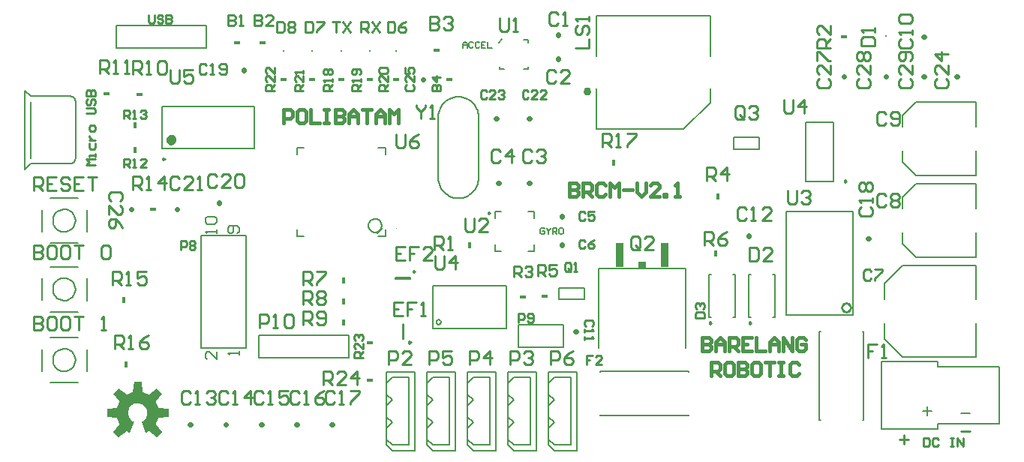
<source format=gto>
G04 Layer_Color=65535*
%FSLAX25Y25*%
%MOIN*%
G70*
G01*
G75*
%ADD38C,0.01000*%
%ADD39C,0.01575*%
%ADD47C,0.02362*%
%ADD61C,0.00500*%
%ADD62C,0.00984*%
%ADD63C,0.00800*%
%ADD64C,0.02200*%
%ADD65C,0.00787*%
%ADD66C,0.00600*%
%ADD67R,0.01800X0.03000*%
%ADD68R,0.03000X0.01800*%
%ADD69R,0.00984X0.00984*%
%ADD70R,0.03544X0.11023*%
%ADD71R,0.03400X0.03000*%
G36*
X321854Y296748D02*
X321857Y296751D01*
X321867Y296760D01*
X321884Y296772D01*
X321905Y296789D01*
X321932Y296811D01*
X321963Y296833D01*
X322000Y296860D01*
X322041Y296884D01*
X322043D01*
X322046Y296886D01*
X322060Y296896D01*
X322082Y296908D01*
X322109Y296922D01*
X322140Y296939D01*
X322174Y296954D01*
X322210Y296971D01*
X322244Y296985D01*
Y296794D01*
X322242D01*
X322237Y296792D01*
X322227Y296787D01*
X322217Y296780D01*
X322203Y296772D01*
X322186Y296765D01*
X322147Y296743D01*
X322104Y296717D01*
X322055Y296685D01*
X322007Y296649D01*
X321961Y296610D01*
X321958Y296608D01*
X321956Y296605D01*
X321942Y296591D01*
X321920Y296569D01*
X321893Y296543D01*
X321864Y296509D01*
X321835Y296472D01*
X321809Y296434D01*
X321787Y296395D01*
X321658D01*
Y297992D01*
X321854D01*
Y296748D01*
D02*
G37*
G36*
X209021Y223995D02*
X209021D01*
X209404Y223906D01*
X210152Y223667D01*
X210878Y223366D01*
X211577Y223006D01*
X211910Y222798D01*
X215373Y225622D01*
X217748Y223247D01*
X214924Y219784D01*
Y219784D01*
X215132Y219451D01*
X215492Y218752D01*
X215793Y218026D01*
X216032Y217278D01*
X216121Y216895D01*
X220567Y216443D01*
Y213085D01*
X216121Y212633D01*
X216032Y212250D01*
X215793Y211502D01*
X215492Y210776D01*
X215132Y210077D01*
X214924Y209744D01*
X217748Y206281D01*
X215373Y203906D01*
X211910Y206730D01*
X211743Y206626D01*
X211402Y206432D01*
X211053Y206252D01*
X210697Y206087D01*
X210516Y206012D01*
X208538Y210786D01*
D01*
Y210786D01*
Y210786D01*
X209058Y211044D01*
X209972Y211757D01*
X210662Y212688D01*
X211079Y213769D01*
X211193Y214922D01*
X210995Y216064D01*
X210499Y217112D01*
X209742Y217990D01*
X208778Y218634D01*
X207678Y218997D01*
X206520Y219054D01*
X205389Y218800D01*
X204367Y218253D01*
X203528Y217454D01*
X202932Y216460D01*
X202623Y215343D01*
X202584Y214764D01*
X202630Y214132D01*
X202997Y212923D01*
X203699Y211872D01*
X204676Y211071D01*
X205242Y210786D01*
X203264Y206012D01*
X203264D01*
X203082Y206087D01*
X202726Y206252D01*
X202377Y206432D01*
X202036Y206626D01*
X201870Y206730D01*
X198407Y203906D01*
X196032Y206281D01*
X198856Y209744D01*
X198856D01*
X198647Y210077D01*
X198288Y210776D01*
X197987Y211502D01*
X197747Y212250D01*
X197659Y212633D01*
X193213Y213085D01*
Y216443D01*
X197659Y216895D01*
Y216895D01*
X197659Y216895D01*
X197659D01*
X197747Y217278D01*
X197987Y218026D01*
X198288Y218752D01*
X198647Y219451D01*
X198856Y219784D01*
X196032Y223247D01*
X198407Y225622D01*
X201870Y222798D01*
X202203Y223006D01*
X202902Y223366D01*
X203627Y223667D01*
X204376Y223906D01*
X204759Y223995D01*
X205211Y228441D01*
X208569D01*
X209021Y223995D01*
D02*
G37*
D38*
X523622Y261653D02*
X523358Y262638D01*
X522638Y263358D01*
X521654Y263622D01*
X520669Y263358D01*
X519949Y262638D01*
X519685Y261653D01*
X519949Y260669D01*
X520669Y259949D01*
X521654Y259685D01*
X522638Y259949D01*
X523358Y260669D01*
X523622Y261653D01*
X280512Y262795D02*
Y268793D01*
X283511D01*
X284510Y267794D01*
Y265794D01*
X283511Y264795D01*
X280512D01*
X282511D02*
X284510Y262795D01*
X286510Y267794D02*
X287509Y268793D01*
X289509D01*
X290509Y267794D01*
Y266794D01*
X289509Y265794D01*
X290509Y264795D01*
Y263795D01*
X289509Y262795D01*
X287509D01*
X286510Y263795D01*
Y264795D01*
X287509Y265794D01*
X286510Y266794D01*
Y267794D01*
X287509Y265794D02*
X289509D01*
X247047Y391691D02*
Y386811D01*
X249487D01*
X250301Y387624D01*
Y388438D01*
X249487Y389251D01*
X247047D01*
X249487D01*
X250301Y390065D01*
Y390878D01*
X249487Y391691D01*
X247047D01*
X251928Y386811D02*
X253554D01*
X252741D01*
Y391691D01*
X251928Y390878D01*
X258858Y391691D02*
Y386811D01*
X261298D01*
X262112Y387624D01*
Y388438D01*
X261298Y389251D01*
X258858D01*
X261298D01*
X262112Y390065D01*
Y390878D01*
X261298Y391691D01*
X258858D01*
X266992Y386811D02*
X263739D01*
X266992Y390065D01*
Y390878D01*
X266179Y391691D01*
X264552D01*
X263739Y390878D01*
X336627Y390880D02*
Y384882D01*
X339626D01*
X340626Y385882D01*
Y386881D01*
X339626Y387881D01*
X336627D01*
X339626D01*
X340626Y388881D01*
Y389880D01*
X339626Y390880D01*
X336627D01*
X342625Y389880D02*
X343624Y390880D01*
X345624D01*
X346623Y389880D01*
Y388881D01*
X345624Y387881D01*
X344624D01*
X345624D01*
X346623Y386881D01*
Y385882D01*
X345624Y384882D01*
X343624D01*
X342625Y385882D01*
X337600Y357874D02*
X341535D01*
Y359842D01*
X340880Y360498D01*
X340224D01*
X339568Y359842D01*
Y357874D01*
Y359842D01*
X338912Y360498D01*
X338256D01*
X337600Y359842D01*
Y357874D01*
X341535Y363778D02*
X337600D01*
X339568Y361810D01*
Y364434D01*
X393762Y391809D02*
X392763Y392809D01*
X390763D01*
X389764Y391809D01*
Y387811D01*
X390763Y386811D01*
X392763D01*
X393762Y387811D01*
X395762Y386811D02*
X397761D01*
X396761D01*
Y392809D01*
X395762Y391809D01*
X392778Y366219D02*
X391779Y367218D01*
X389779D01*
X388779Y366219D01*
Y362220D01*
X389779Y361221D01*
X391779D01*
X392778Y362220D01*
X398776Y361221D02*
X394778D01*
X398776Y365219D01*
Y366219D01*
X397777Y367218D01*
X395777D01*
X394778Y366219D01*
X381977Y330798D02*
X380978Y331798D01*
X378978D01*
X377979Y330798D01*
Y326800D01*
X378978Y325800D01*
X380978D01*
X381977Y326800D01*
X383977Y330798D02*
X384977Y331798D01*
X386976D01*
X387976Y330798D01*
Y329799D01*
X386976Y328799D01*
X385976D01*
X386976D01*
X387976Y327799D01*
Y326800D01*
X386976Y325800D01*
X384977D01*
X383977Y326800D01*
X368183Y330798D02*
X367183Y331798D01*
X365184D01*
X364184Y330798D01*
Y326800D01*
X365184Y325800D01*
X367183D01*
X368183Y326800D01*
X373181Y325800D02*
Y331798D01*
X370182Y328799D01*
X374181D01*
X405774Y303477D02*
X405118Y304133D01*
X403806D01*
X403150Y303477D01*
Y300853D01*
X403806Y300197D01*
X405118D01*
X405774Y300853D01*
X409710Y304133D02*
X407086D01*
Y302165D01*
X408398Y302821D01*
X409054D01*
X409710Y302165D01*
Y300853D01*
X409054Y300197D01*
X407742D01*
X407086Y300853D01*
X405723Y291076D02*
X405067Y291732D01*
X403755D01*
X403099Y291076D01*
Y288452D01*
X403755Y287796D01*
X405067D01*
X405723Y288452D01*
X409658Y291732D02*
X408347Y291076D01*
X407034Y289764D01*
Y288452D01*
X407690Y287796D01*
X409002D01*
X409658Y288452D01*
Y289108D01*
X409002Y289764D01*
X407034D01*
X532781Y277689D02*
X531968Y278502D01*
X530341D01*
X529528Y277689D01*
Y274435D01*
X530341Y273622D01*
X531968D01*
X532781Y274435D01*
X534408Y278502D02*
X537661D01*
Y277689D01*
X534408Y274435D01*
Y273622D01*
X539432Y311101D02*
X538432Y312100D01*
X536433D01*
X535433Y311101D01*
Y307102D01*
X536433Y306102D01*
X538432D01*
X539432Y307102D01*
X541431Y311101D02*
X542431Y312100D01*
X544430D01*
X545430Y311101D01*
Y310101D01*
X544430Y309101D01*
X545430Y308102D01*
Y307102D01*
X544430Y306102D01*
X542431D01*
X541431Y307102D01*
Y308102D01*
X542431Y309101D01*
X541431Y310101D01*
Y311101D01*
X542431Y309101D02*
X544430D01*
X539432Y347518D02*
X538432Y348518D01*
X536433D01*
X535433Y347518D01*
Y343519D01*
X536433Y342520D01*
X538432D01*
X539432Y343519D01*
X541431D02*
X542431Y342520D01*
X544430D01*
X545430Y343519D01*
Y347518D01*
X544430Y348518D01*
X542431D01*
X541431Y347518D01*
Y346518D01*
X542431Y345519D01*
X545430D01*
X546183Y380967D02*
X545183Y379967D01*
Y377968D01*
X546183Y376969D01*
X550181D01*
X551181Y377968D01*
Y379967D01*
X550181Y380967D01*
X551181Y382967D02*
Y384966D01*
Y383966D01*
X545183D01*
X546183Y382967D01*
Y387965D02*
X545183Y388965D01*
Y390964D01*
X546183Y391964D01*
X550181D01*
X551181Y390964D01*
Y388965D01*
X550181Y387965D01*
X546183D01*
X408792Y253282D02*
X409448Y253938D01*
Y255250D01*
X408792Y255906D01*
X406168D01*
X405512Y255250D01*
Y253938D01*
X406168Y253282D01*
X405512Y251970D02*
Y250658D01*
Y251314D01*
X409448D01*
X408792Y251970D01*
X405512Y248690D02*
Y247378D01*
Y248034D01*
X409448D01*
X408792Y248690D01*
X477395Y305256D02*
X476396Y306255D01*
X474396D01*
X473396Y305256D01*
Y301257D01*
X474396Y300257D01*
X476396D01*
X477395Y301257D01*
X479394Y300257D02*
X481394D01*
X480394D01*
Y306255D01*
X479394Y305256D01*
X488392Y300257D02*
X484393D01*
X488392Y304256D01*
Y305256D01*
X487392Y306255D01*
X485393D01*
X484393Y305256D01*
X230377Y223502D02*
X229377Y224502D01*
X227378D01*
X226378Y223502D01*
Y219504D01*
X227378Y218504D01*
X229377D01*
X230377Y219504D01*
X232376Y218504D02*
X234375D01*
X233376D01*
Y224502D01*
X232376Y223502D01*
X237374D02*
X238374Y224502D01*
X240373D01*
X241373Y223502D01*
Y222503D01*
X240373Y221503D01*
X239374D01*
X240373D01*
X241373Y220503D01*
Y219504D01*
X240373Y218504D01*
X238374D01*
X237374Y219504D01*
X247052Y223535D02*
X246052Y224534D01*
X244052D01*
X243053Y223535D01*
Y219536D01*
X244052Y218536D01*
X246052D01*
X247052Y219536D01*
X249051Y218536D02*
X251050D01*
X250050D01*
Y224534D01*
X249051Y223535D01*
X257048Y218536D02*
Y224534D01*
X254049Y221535D01*
X258048D01*
X262800Y223535D02*
X261800Y224534D01*
X259801D01*
X258801Y223535D01*
Y219536D01*
X259801Y218536D01*
X261800D01*
X262800Y219536D01*
X264799Y218536D02*
X266798D01*
X265798D01*
Y224534D01*
X264799Y223535D01*
X273796Y224534D02*
X269797D01*
Y221535D01*
X271797Y222535D01*
X272796D01*
X273796Y221535D01*
Y219536D01*
X272796Y218536D01*
X270797D01*
X269797Y219536D01*
X278548Y223535D02*
X277548Y224534D01*
X275549D01*
X274549Y223535D01*
Y219536D01*
X275549Y218536D01*
X277548D01*
X278548Y219536D01*
X280547Y218536D02*
X282546D01*
X281546D01*
Y224534D01*
X280547Y223535D01*
X289544Y224534D02*
X287545Y223535D01*
X285545Y221535D01*
Y219536D01*
X286545Y218536D01*
X288544D01*
X289544Y219536D01*
Y220536D01*
X288544Y221535D01*
X285545D01*
X294296Y223535D02*
X293296Y224534D01*
X291297D01*
X290297Y223535D01*
Y219536D01*
X291297Y218536D01*
X293296D01*
X294296Y219536D01*
X296295Y218536D02*
X298294D01*
X297295D01*
Y224534D01*
X296295Y223535D01*
X301293Y224534D02*
X305292D01*
Y223535D01*
X301293Y219536D01*
Y218536D01*
X528466Y306164D02*
X527466Y305164D01*
Y303165D01*
X528466Y302165D01*
X532465D01*
X533465Y303165D01*
Y305164D01*
X532465Y306164D01*
X533465Y308163D02*
Y310163D01*
Y309163D01*
X527466D01*
X528466Y308163D01*
Y313162D02*
X527466Y314161D01*
Y316161D01*
X528466Y317161D01*
X529466D01*
X530466Y316161D01*
X531465Y317161D01*
X532465D01*
X533465Y316161D01*
Y314161D01*
X532465Y313162D01*
X531465D01*
X530466Y314161D01*
X529466Y313162D01*
X528466D01*
X530466Y314161D02*
Y316161D01*
X237506Y369224D02*
X236692Y370038D01*
X235065D01*
X234252Y369224D01*
Y365971D01*
X235065Y365158D01*
X236692D01*
X237506Y365971D01*
X239132Y365158D02*
X240759D01*
X239946D01*
Y370038D01*
X239132Y369224D01*
X243199Y365971D02*
X244013Y365158D01*
X245639D01*
X246453Y365971D01*
Y369224D01*
X245639Y370038D01*
X244013D01*
X243199Y369224D01*
Y368411D01*
X244013Y367598D01*
X246453D01*
X242199Y320067D02*
X241199Y321067D01*
X239200D01*
X238200Y320067D01*
Y316068D01*
X239200Y315069D01*
X241199D01*
X242199Y316068D01*
X248197Y315069D02*
X244198D01*
X248197Y319067D01*
Y320067D01*
X247197Y321067D01*
X245198D01*
X244198Y320067D01*
X250196D02*
X251196Y321067D01*
X253195D01*
X254195Y320067D01*
Y316068D01*
X253195Y315069D01*
X251196D01*
X250196Y316068D01*
Y320067D01*
X225482Y319077D02*
X224482Y320077D01*
X222483D01*
X221483Y319077D01*
Y315078D01*
X222483Y314079D01*
X224482D01*
X225482Y315078D01*
X231480Y314079D02*
X227482D01*
X231480Y318077D01*
Y319077D01*
X230481Y320077D01*
X228481D01*
X227482Y319077D01*
X233480Y314079D02*
X235479D01*
X234479D01*
Y320077D01*
X233480Y319077D01*
X380524Y357680D02*
X379868Y358336D01*
X378556D01*
X377900Y357680D01*
Y355056D01*
X378556Y354400D01*
X379868D01*
X380524Y355056D01*
X384460Y354400D02*
X381836D01*
X384460Y357024D01*
Y357680D01*
X383804Y358336D01*
X382492D01*
X381836Y357680D01*
X388395Y354400D02*
X385771D01*
X388395Y357024D01*
Y357680D01*
X387739Y358336D01*
X386427D01*
X385771Y357680D01*
X361876Y357611D02*
X361220Y358266D01*
X359908D01*
X359252Y357611D01*
Y354987D01*
X359908Y354331D01*
X361220D01*
X361876Y354987D01*
X365811Y354331D02*
X363188D01*
X365811Y356955D01*
Y357611D01*
X365156Y358266D01*
X363844D01*
X363188Y357611D01*
X367124D02*
X367779Y358266D01*
X369091D01*
X369747Y357611D01*
Y356955D01*
X369091Y356299D01*
X368435D01*
X369091D01*
X369747Y355643D01*
Y354987D01*
X369091Y354331D01*
X367779D01*
X367124Y354987D01*
X561931Y363251D02*
X560931Y362251D01*
Y360252D01*
X561931Y359252D01*
X565929D01*
X566929Y360252D01*
Y362251D01*
X565929Y363251D01*
X566929Y369249D02*
Y365250D01*
X562930Y369249D01*
X561931D01*
X560931Y368249D01*
Y366250D01*
X561931Y365250D01*
X566929Y374247D02*
X560931D01*
X563930Y371248D01*
Y375247D01*
X326460Y360498D02*
X325804Y359842D01*
Y358530D01*
X326460Y357874D01*
X329084D01*
X329740Y358530D01*
Y359842D01*
X329084Y360498D01*
X329740Y364434D02*
Y361810D01*
X327116Y364434D01*
X326460D01*
X325804Y363778D01*
Y362466D01*
X326460Y361810D01*
X325804Y368370D02*
Y365746D01*
X327772D01*
X327116Y367058D01*
Y367714D01*
X327772Y368370D01*
X329084D01*
X329740Y367714D01*
Y366402D01*
X329084Y365746D01*
X198896Y308993D02*
X199896Y309993D01*
Y311993D01*
X198896Y312992D01*
X194897D01*
X193898Y311993D01*
Y309993D01*
X194897Y308993D01*
X193898Y302995D02*
Y306994D01*
X197896Y302995D01*
X198896D01*
X199896Y303995D01*
Y305994D01*
X198896Y306994D01*
X199896Y296997D02*
X198896Y298997D01*
X196897Y300996D01*
X194897D01*
X193898Y299996D01*
Y297997D01*
X194897Y296997D01*
X195897D01*
X196897Y297997D01*
Y300996D01*
X509765Y363251D02*
X508766Y362251D01*
Y360252D01*
X509765Y359252D01*
X513764D01*
X514764Y360252D01*
Y362251D01*
X513764Y363251D01*
X514764Y369249D02*
Y365250D01*
X510765Y369249D01*
X509765D01*
X508766Y368249D01*
Y366250D01*
X509765Y365250D01*
X508766Y371248D02*
Y375247D01*
X509765D01*
X513764Y371248D01*
X514764D01*
X527482Y363251D02*
X526482Y362251D01*
Y360252D01*
X527482Y359252D01*
X531481D01*
X532480Y360252D01*
Y362251D01*
X531481Y363251D01*
X532480Y369249D02*
Y365250D01*
X528482Y369249D01*
X527482D01*
X526482Y368249D01*
Y366250D01*
X527482Y365250D01*
Y371248D02*
X526482Y372248D01*
Y374247D01*
X527482Y375247D01*
X528482D01*
X529481Y374247D01*
X530481Y375247D01*
X531481D01*
X532480Y374247D01*
Y372248D01*
X531481Y371248D01*
X530481D01*
X529481Y372248D01*
X528482Y371248D01*
X527482D01*
X529481Y372248D02*
Y374247D01*
X546183Y363251D02*
X545183Y362251D01*
Y360252D01*
X546183Y359252D01*
X550181D01*
X551181Y360252D01*
Y362251D01*
X550181Y363251D01*
X551181Y369249D02*
Y365250D01*
X547182Y369249D01*
X546183D01*
X545183Y368249D01*
Y366250D01*
X546183Y365250D01*
X550181Y371248D02*
X551181Y372248D01*
Y374247D01*
X550181Y375247D01*
X546183D01*
X545183Y374247D01*
Y372248D01*
X546183Y371248D01*
X547182D01*
X548182Y372248D01*
Y375247D01*
X528402Y377821D02*
X534400D01*
Y380820D01*
X533400Y381820D01*
X529402D01*
X528402Y380820D01*
Y377821D01*
X534400Y383819D02*
Y385819D01*
Y384819D01*
X528402D01*
X529402Y383819D01*
X478702Y288180D02*
Y282182D01*
X481701D01*
X482701Y283182D01*
Y287181D01*
X481701Y288180D01*
X478702D01*
X488699Y282182D02*
X484700D01*
X488699Y286181D01*
Y287181D01*
X487699Y288180D01*
X485700D01*
X484700Y287181D01*
X454726Y256890D02*
X458661D01*
Y258858D01*
X458006Y259514D01*
X455382D01*
X454726Y258858D01*
Y256890D01*
X455382Y260825D02*
X454726Y261481D01*
Y262793D01*
X455382Y263449D01*
X456038D01*
X456694Y262793D01*
Y262137D01*
Y262793D01*
X457349Y263449D01*
X458006D01*
X458661Y262793D01*
Y261481D01*
X458006Y260825D01*
X293307Y388739D02*
X296561D01*
X294934D01*
Y383858D01*
X298187Y388739D02*
X301441Y383858D01*
Y388739D02*
X298187Y383858D01*
X306102D02*
Y388739D01*
X308542D01*
X309356Y387925D01*
Y386298D01*
X308542Y385485D01*
X306102D01*
X307729D02*
X309356Y383858D01*
X310983Y388739D02*
X314236Y383858D01*
Y388739D02*
X310983Y383858D01*
X317913Y388739D02*
Y383858D01*
X320354D01*
X321167Y384672D01*
Y387925D01*
X320354Y388739D01*
X317913D01*
X326047D02*
X324420Y387925D01*
X322794Y386298D01*
Y384672D01*
X323607Y383858D01*
X325234D01*
X326047Y384672D01*
Y385485D01*
X325234Y386298D01*
X322794D01*
X281496Y388739D02*
Y383858D01*
X283936D01*
X284750Y384672D01*
Y387925D01*
X283936Y388739D01*
X281496D01*
X286376D02*
X289630D01*
Y387925D01*
X286376Y384672D01*
Y383858D01*
X268701Y388739D02*
Y383858D01*
X271141D01*
X271954Y384672D01*
Y387925D01*
X271141Y388739D01*
X268701D01*
X273581Y387925D02*
X274394Y388739D01*
X276021D01*
X276835Y387925D01*
Y387112D01*
X276021Y386298D01*
X276835Y385485D01*
Y384672D01*
X276021Y383858D01*
X274394D01*
X273581Y384672D01*
Y385485D01*
X274394Y386298D01*
X273581Y387112D01*
Y387925D01*
X274394Y386298D02*
X276021D01*
X324867Y264045D02*
X320868D01*
Y258047D01*
X324867D01*
X320868Y261046D02*
X322868D01*
X330865Y264045D02*
X326867D01*
Y261046D01*
X328866D01*
X326867D01*
Y258047D01*
X332865D02*
X334864D01*
X333864D01*
Y264045D01*
X332865Y263046D01*
X325799Y288498D02*
X321800D01*
Y282500D01*
X325799D01*
X321800Y285499D02*
X323799D01*
X331797Y288498D02*
X327798D01*
Y285499D01*
X329797D01*
X327798D01*
Y282500D01*
X337795D02*
X333796D01*
X337795Y286499D01*
Y287498D01*
X336795Y288498D01*
X334796D01*
X333796Y287498D01*
X535495Y245171D02*
X531496D01*
Y242172D01*
X533495D01*
X531496D01*
Y239173D01*
X537494D02*
X539494D01*
X538494D01*
Y245171D01*
X537494Y244172D01*
X409120Y240156D02*
X406496D01*
Y238188D01*
X407808D01*
X406496D01*
Y236221D01*
X413056D02*
X410432D01*
X413056Y238844D01*
Y239500D01*
X412400Y240156D01*
X411088D01*
X410432Y239500D01*
X187992Y324803D02*
X184056D01*
X185368Y326115D01*
X184056Y327427D01*
X187992D01*
Y328739D02*
Y330051D01*
Y329395D01*
X185368D01*
Y328739D01*
Y334643D02*
Y332675D01*
X186024Y332019D01*
X187336D01*
X187992Y332675D01*
Y334643D01*
X185368Y335954D02*
X187992D01*
X186680D01*
X186024Y336610D01*
X185368Y337266D01*
Y337922D01*
X187992Y340546D02*
Y341858D01*
X187336Y342514D01*
X186024D01*
X185368Y341858D01*
Y340546D01*
X186024Y339890D01*
X187336D01*
X187992Y340546D01*
X184056Y347762D02*
X187336D01*
X187992Y348418D01*
Y349729D01*
X187336Y350385D01*
X184056D01*
X184712Y354321D02*
X184056Y353665D01*
Y352353D01*
X184712Y351697D01*
X185368D01*
X186024Y352353D01*
Y353665D01*
X186680Y354321D01*
X187336D01*
X187992Y353665D01*
Y352353D01*
X187336Y351697D01*
X184056Y355633D02*
X187992D01*
Y357601D01*
X187336Y358257D01*
X186680D01*
X186024Y357601D01*
Y355633D01*
Y357601D01*
X185368Y358257D01*
X184712D01*
X184056Y357601D01*
Y355633D01*
X401482Y376969D02*
X407480D01*
Y380967D01*
X402482Y386965D02*
X401482Y385966D01*
Y383966D01*
X402482Y382967D01*
X403482D01*
X404481Y383966D01*
Y385966D01*
X405481Y386965D01*
X406481D01*
X407480Y385966D01*
Y383966D01*
X406481Y382967D01*
X407480Y388965D02*
Y390964D01*
Y389964D01*
X401482D01*
X402482Y388965D01*
X556102Y203739D02*
Y199803D01*
X558070D01*
X558726Y200459D01*
Y203083D01*
X558070Y203739D01*
X556102D01*
X562662Y203083D02*
X562006Y203739D01*
X560694D01*
X560038Y203083D01*
Y200459D01*
X560694Y199803D01*
X562006D01*
X562662Y200459D01*
X567910Y203739D02*
X569221D01*
X568566D01*
Y199803D01*
X567910D01*
X569221D01*
X571189D02*
Y203739D01*
X573813Y199803D01*
Y203739D01*
X318218Y236313D02*
Y242311D01*
X321217D01*
X322217Y241311D01*
Y239312D01*
X321217Y238312D01*
X318218D01*
X328215Y236313D02*
X324217D01*
X328215Y240312D01*
Y241311D01*
X327216Y242311D01*
X325216D01*
X324217Y241311D01*
X372218Y236313D02*
Y242311D01*
X375218D01*
X376217Y241311D01*
Y239312D01*
X375218Y238312D01*
X372218D01*
X378217Y241311D02*
X379216Y242311D01*
X381216D01*
X382215Y241311D01*
Y240312D01*
X381216Y239312D01*
X380216D01*
X381216D01*
X382215Y238312D01*
Y237313D01*
X381216Y236313D01*
X379216D01*
X378217Y237313D01*
X354219Y236313D02*
Y242311D01*
X357218D01*
X358217Y241311D01*
Y239312D01*
X357218Y238312D01*
X354219D01*
X363216Y236313D02*
Y242311D01*
X360217Y239312D01*
X364215D01*
X336219Y236313D02*
Y242311D01*
X339217D01*
X340217Y241311D01*
Y239312D01*
X339217Y238312D01*
X336219D01*
X346215Y242311D02*
X342217D01*
Y239312D01*
X344216Y240312D01*
X345216D01*
X346215Y239312D01*
Y237313D01*
X345216Y236313D01*
X343216D01*
X342217Y237313D01*
X390218Y236313D02*
Y242311D01*
X393217D01*
X394217Y241311D01*
Y239312D01*
X393217Y238312D01*
X390218D01*
X400215Y242311D02*
X398216Y241311D01*
X396217Y239312D01*
Y237313D01*
X397216Y236313D01*
X399216D01*
X400215Y237313D01*
Y238312D01*
X399216Y239312D01*
X396217D01*
X211614Y391731D02*
Y388451D01*
X212270Y387795D01*
X213582D01*
X214238Y388451D01*
Y391731D01*
X218174Y391075D02*
X217518Y391731D01*
X216206D01*
X215550Y391075D01*
Y390419D01*
X216206Y389763D01*
X217518D01*
X218174Y389107D01*
Y388451D01*
X217518Y387795D01*
X216206D01*
X215550Y388451D01*
X219486Y391731D02*
Y387795D01*
X221453D01*
X222110Y388451D01*
Y389107D01*
X221453Y389763D01*
X219486D01*
X221453D01*
X222110Y390419D01*
Y391075D01*
X221453Y391731D01*
X219486D01*
X225939Y287409D02*
Y291344D01*
X227907D01*
X228563Y290688D01*
Y289376D01*
X227907Y288721D01*
X225939D01*
X229875Y290688D02*
X230531Y291344D01*
X231842D01*
X232498Y290688D01*
Y290033D01*
X231842Y289376D01*
X232498Y288721D01*
Y288065D01*
X231842Y287409D01*
X230531D01*
X229875Y288065D01*
Y288721D01*
X230531Y289376D01*
X229875Y290033D01*
Y290688D01*
X230531Y289376D02*
X231842D01*
X375984Y254921D02*
Y258857D01*
X377952D01*
X378608Y258201D01*
Y256889D01*
X377952Y256233D01*
X375984D01*
X379920Y255577D02*
X380576Y254921D01*
X381888D01*
X382544Y255577D01*
Y258201D01*
X381888Y258857D01*
X380576D01*
X379920Y258201D01*
Y257545D01*
X380576Y256889D01*
X382544D01*
X261190Y252447D02*
Y258445D01*
X264189D01*
X265189Y257446D01*
Y255446D01*
X264189Y254447D01*
X261190D01*
X267188Y252447D02*
X269187D01*
X268187D01*
Y258445D01*
X267188Y257446D01*
X272186D02*
X273186Y258445D01*
X275185D01*
X276185Y257446D01*
Y253447D01*
X275185Y252447D01*
X273186D01*
X272186Y253447D01*
Y257446D01*
X399277Y278215D02*
Y280839D01*
X398621Y281495D01*
X397309D01*
X396654Y280839D01*
Y278215D01*
X397309Y277559D01*
X398621D01*
X397966Y278871D02*
X399277Y277559D01*
X398621D02*
X399277Y278215D01*
X400589Y277559D02*
X401901D01*
X401245D01*
Y281495D01*
X400589Y280839D01*
X430180Y288401D02*
Y292400D01*
X429180Y293400D01*
X427181D01*
X426181Y292400D01*
Y288401D01*
X427181Y287402D01*
X429180D01*
X428181Y289401D02*
X430180Y287402D01*
X429180D02*
X430180Y288401D01*
X436178Y287402D02*
X432179D01*
X436178Y291400D01*
Y292400D01*
X435178Y293400D01*
X433179D01*
X432179Y292400D01*
X476211Y346095D02*
Y350094D01*
X475211Y351094D01*
X473212D01*
X472212Y350094D01*
Y346095D01*
X473212Y345096D01*
X475211D01*
X474212Y347095D02*
X476211Y345096D01*
X475211D02*
X476211Y346095D01*
X478210Y350094D02*
X479210Y351094D01*
X481209D01*
X482209Y350094D01*
Y349094D01*
X481209Y348095D01*
X480210D01*
X481209D01*
X482209Y347095D01*
Y346095D01*
X481209Y345096D01*
X479210D01*
X478210Y346095D01*
X338583Y287402D02*
Y293400D01*
X341582D01*
X342581Y292400D01*
Y290401D01*
X341582Y289401D01*
X338583D01*
X340582D02*
X342581Y287402D01*
X344581D02*
X346580D01*
X345580D01*
Y293400D01*
X344581Y292400D01*
X514764Y376969D02*
X508766D01*
Y379967D01*
X509765Y380967D01*
X511765D01*
X512764Y379967D01*
Y376969D01*
Y378968D02*
X514764Y380967D01*
Y386965D02*
Y382967D01*
X510765Y386965D01*
X509765D01*
X508766Y385966D01*
Y383966D01*
X509765Y382967D01*
X374016Y275197D02*
Y280078D01*
X376456D01*
X377269Y279264D01*
Y277638D01*
X376456Y276824D01*
X374016D01*
X375642D02*
X377269Y275197D01*
X378896Y279264D02*
X379710Y280078D01*
X381336D01*
X382150Y279264D01*
Y278451D01*
X381336Y277638D01*
X380523D01*
X381336D01*
X382150Y276824D01*
Y276011D01*
X381336Y275197D01*
X379710D01*
X378896Y276011D01*
X459637Y317968D02*
Y323966D01*
X462636D01*
X463636Y322966D01*
Y320967D01*
X462636Y319967D01*
X459637D01*
X461636D02*
X463636Y317968D01*
X468634D02*
Y323966D01*
X465635Y320967D01*
X469634D01*
X384800Y275693D02*
Y280574D01*
X387240D01*
X388053Y279760D01*
Y278133D01*
X387240Y277320D01*
X384800D01*
X386427D02*
X388053Y275693D01*
X392934Y280574D02*
X389680D01*
Y278133D01*
X391307Y278947D01*
X392121D01*
X392934Y278133D01*
Y276507D01*
X392121Y275693D01*
X390494D01*
X389680Y276507D01*
X458661Y289370D02*
Y295368D01*
X461660D01*
X462660Y294368D01*
Y292369D01*
X461660Y291369D01*
X458661D01*
X460661D02*
X462660Y289370D01*
X468658Y295368D02*
X466659Y294368D01*
X464660Y292369D01*
Y290370D01*
X465659Y289370D01*
X467659D01*
X468658Y290370D01*
Y291369D01*
X467659Y292369D01*
X464660D01*
X280512Y271654D02*
Y277652D01*
X283511D01*
X284510Y276652D01*
Y274653D01*
X283511Y273653D01*
X280512D01*
X282511D02*
X284510Y271654D01*
X286510Y277652D02*
X290509D01*
Y276652D01*
X286510Y272653D01*
Y271654D01*
X280512Y253937D02*
Y259935D01*
X283511D01*
X284510Y258935D01*
Y256936D01*
X283511Y255936D01*
X280512D01*
X282511D02*
X284510Y253937D01*
X286510Y254937D02*
X287509Y253937D01*
X289509D01*
X290509Y254937D01*
Y258935D01*
X289509Y259935D01*
X287509D01*
X286510Y258935D01*
Y257936D01*
X287509Y256936D01*
X290509D01*
X204712Y365169D02*
Y371167D01*
X207711D01*
X208711Y370168D01*
Y368168D01*
X207711Y367169D01*
X204712D01*
X206711D02*
X208711Y365169D01*
X210710D02*
X212709D01*
X211709D01*
Y371167D01*
X210710Y370168D01*
X215708D02*
X216708Y371167D01*
X218707D01*
X219707Y370168D01*
Y366169D01*
X218707Y365169D01*
X216708D01*
X215708Y366169D01*
Y370168D01*
X189900Y365500D02*
Y371498D01*
X192899D01*
X193899Y370498D01*
Y368499D01*
X192899Y367499D01*
X189900D01*
X191899D02*
X193899Y365500D01*
X195898D02*
X197897D01*
X196898D01*
Y371498D01*
X195898Y370498D01*
X200896Y365500D02*
X202896D01*
X201896D01*
Y371498D01*
X200896Y370498D01*
X200787Y323819D02*
Y327755D01*
X202755D01*
X203411Y327099D01*
Y325787D01*
X202755Y325131D01*
X200787D01*
X202099D02*
X203411Y323819D01*
X204723D02*
X206035D01*
X205379D01*
Y327755D01*
X204723Y327099D01*
X210627Y323819D02*
X208003D01*
X210627Y326443D01*
Y327099D01*
X209971Y327755D01*
X208659D01*
X208003Y327099D01*
X200787Y345472D02*
Y349408D01*
X202755D01*
X203411Y348752D01*
Y347440D01*
X202755Y346784D01*
X200787D01*
X202099D02*
X203411Y345472D01*
X204723D02*
X206035D01*
X205379D01*
Y349408D01*
X204723Y348752D01*
X208003D02*
X208659Y349408D01*
X209971D01*
X210627Y348752D01*
Y348096D01*
X209971Y347440D01*
X209315D01*
X209971D01*
X210627Y346784D01*
Y346128D01*
X209971Y345472D01*
X208659D01*
X208003Y346128D01*
X204724Y313976D02*
Y319974D01*
X207723D01*
X208723Y318975D01*
Y316975D01*
X207723Y315976D01*
X204724D01*
X206724D02*
X208723Y313976D01*
X210722D02*
X212722D01*
X211722D01*
Y319974D01*
X210722Y318975D01*
X218720Y313976D02*
Y319974D01*
X215721Y316975D01*
X219720D01*
X195837Y271714D02*
Y277712D01*
X198836D01*
X199836Y276712D01*
Y274713D01*
X198836Y273713D01*
X195837D01*
X197837D02*
X199836Y271714D01*
X201835D02*
X203835D01*
X202835D01*
Y277712D01*
X201835Y276712D01*
X210833Y277712D02*
X206834D01*
Y274713D01*
X208833Y275712D01*
X209833D01*
X210833Y274713D01*
Y272713D01*
X209833Y271714D01*
X207834D01*
X206834Y272713D01*
X196822Y243170D02*
Y249168D01*
X199821D01*
X200820Y248169D01*
Y246169D01*
X199821Y245170D01*
X196822D01*
X198821D02*
X200820Y243170D01*
X202820D02*
X204819D01*
X203819D01*
Y249168D01*
X202820Y248169D01*
X211817Y249168D02*
X209817Y248169D01*
X207818Y246169D01*
Y244170D01*
X208818Y243170D01*
X210817D01*
X211817Y244170D01*
Y245170D01*
X210817Y246169D01*
X207818D01*
X413400Y332800D02*
Y338798D01*
X416399D01*
X417399Y337798D01*
Y335799D01*
X416399Y334799D01*
X413400D01*
X415399D02*
X417399Y332800D01*
X419398D02*
X421397D01*
X420398D01*
Y338798D01*
X419398Y337798D01*
X424396Y338798D02*
X428395D01*
Y337798D01*
X424396Y333800D01*
Y332800D01*
X293307Y357874D02*
X289371D01*
Y359842D01*
X290027Y360498D01*
X291339D01*
X291995Y359842D01*
Y357874D01*
Y359186D02*
X293307Y360498D01*
Y361810D02*
Y363122D01*
Y362466D01*
X289371D01*
X290027Y361810D01*
Y365090D02*
X289371Y365746D01*
Y367058D01*
X290027Y367714D01*
X290683D01*
X291339Y367058D01*
X291995Y367714D01*
X292651D01*
X293307Y367058D01*
Y365746D01*
X292651Y365090D01*
X291995D01*
X291339Y365746D01*
X290683Y365090D01*
X290027D01*
X291339Y365746D02*
Y367058D01*
X306102Y357874D02*
X302167D01*
Y359842D01*
X302823Y360498D01*
X304134D01*
X304790Y359842D01*
Y357874D01*
Y359186D02*
X306102Y360498D01*
Y361810D02*
Y363122D01*
Y362466D01*
X302167D01*
X302823Y361810D01*
X305446Y365090D02*
X306102Y365746D01*
Y367058D01*
X305446Y367714D01*
X302823D01*
X302167Y367058D01*
Y365746D01*
X302823Y365090D01*
X303479D01*
X304134Y365746D01*
Y367714D01*
X317913Y357874D02*
X313978D01*
Y359842D01*
X314634Y360498D01*
X315946D01*
X316601Y359842D01*
Y357874D01*
Y359186D02*
X317913Y360498D01*
Y364434D02*
Y361810D01*
X315290Y364434D01*
X314634D01*
X313978Y363778D01*
Y362466D01*
X314634Y361810D01*
Y365746D02*
X313978Y366402D01*
Y367714D01*
X314634Y368370D01*
X317257D01*
X317913Y367714D01*
Y366402D01*
X317257Y365746D01*
X314634D01*
X280512Y357874D02*
X276576D01*
Y359842D01*
X277232Y360498D01*
X278544D01*
X279200Y359842D01*
Y357874D01*
Y359186D02*
X280512Y360498D01*
Y364434D02*
Y361810D01*
X277888Y364434D01*
X277232D01*
X276576Y363778D01*
Y362466D01*
X277232Y361810D01*
X280512Y365746D02*
Y367058D01*
Y366402D01*
X276576D01*
X277232Y365746D01*
X267717Y357874D02*
X263781D01*
Y359842D01*
X264437Y360498D01*
X265749D01*
X266405Y359842D01*
Y357874D01*
Y359186D02*
X267717Y360498D01*
Y364434D02*
Y361810D01*
X265093Y364434D01*
X264437D01*
X263781Y363778D01*
Y362466D01*
X264437Y361810D01*
X267717Y368370D02*
Y365746D01*
X265093Y368370D01*
X264437D01*
X263781Y367714D01*
Y366402D01*
X264437Y365746D01*
X307087Y239173D02*
X303151D01*
Y241141D01*
X303807Y241797D01*
X305119D01*
X305775Y241141D01*
Y239173D01*
Y240485D02*
X307087Y241797D01*
Y245733D02*
Y243109D01*
X304463Y245733D01*
X303807D01*
X303151Y245077D01*
Y243765D01*
X303807Y243109D01*
Y247045D02*
X303151Y247701D01*
Y249013D01*
X303807Y249669D01*
X304463D01*
X305119Y249013D01*
Y248357D01*
Y249013D01*
X305775Y249669D01*
X306431D01*
X307087Y249013D01*
Y247701D01*
X306431Y247045D01*
X289370Y227362D02*
Y233360D01*
X292369D01*
X293369Y232361D01*
Y230361D01*
X292369Y229362D01*
X289370D01*
X291369D02*
X293369Y227362D01*
X299367D02*
X295368D01*
X299367Y231361D01*
Y232361D01*
X298367Y233360D01*
X296368D01*
X295368Y232361D01*
X304365Y227362D02*
Y233360D01*
X301366Y230361D01*
X305365D01*
X160800Y313600D02*
Y319598D01*
X163799D01*
X164799Y318598D01*
Y316599D01*
X163799Y315599D01*
X160800D01*
X162799D02*
X164799Y313600D01*
X170797Y319598D02*
X166798D01*
Y313600D01*
X170797D01*
X166798Y316599D02*
X168797D01*
X176795Y318598D02*
X175795Y319598D01*
X173796D01*
X172796Y318598D01*
Y317599D01*
X173796Y316599D01*
X175795D01*
X176795Y315599D01*
Y314600D01*
X175795Y313600D01*
X173796D01*
X172796Y314600D01*
X182793Y319598D02*
X178794D01*
Y313600D01*
X182793D01*
X178794Y316599D02*
X180793D01*
X184792Y319598D02*
X188791D01*
X186792D01*
Y313600D01*
X160800Y289098D02*
Y283100D01*
X163799D01*
X164799Y284100D01*
Y285099D01*
X163799Y286099D01*
X160800D01*
X163799D01*
X164799Y287099D01*
Y288098D01*
X163799Y289098D01*
X160800D01*
X169797D02*
X167798D01*
X166798Y288098D01*
Y284100D01*
X167798Y283100D01*
X169797D01*
X170797Y284100D01*
Y288098D01*
X169797Y289098D01*
X175795D02*
X173796D01*
X172796Y288098D01*
Y284100D01*
X173796Y283100D01*
X175795D01*
X176795Y284100D01*
Y288098D01*
X175795Y289098D01*
X178794D02*
X182793D01*
X180793D01*
Y283100D01*
X190790Y288098D02*
X191790Y289098D01*
X193789D01*
X194789Y288098D01*
Y284100D01*
X193789Y283100D01*
X191790D01*
X190790Y284100D01*
Y288098D01*
X160800Y257598D02*
Y251600D01*
X163799D01*
X164799Y252600D01*
Y253599D01*
X163799Y254599D01*
X160800D01*
X163799D01*
X164799Y255599D01*
Y256598D01*
X163799Y257598D01*
X160800D01*
X169797D02*
X167798D01*
X166798Y256598D01*
Y252600D01*
X167798Y251600D01*
X169797D01*
X170797Y252600D01*
Y256598D01*
X169797Y257598D01*
X175795D02*
X173796D01*
X172796Y256598D01*
Y252600D01*
X173796Y251600D01*
X175795D01*
X176795Y252600D01*
Y256598D01*
X175795Y257598D01*
X178794D02*
X182793D01*
X180793D01*
Y251600D01*
X190790D02*
X192790D01*
X191790D01*
Y257598D01*
X190790Y256598D01*
X367766Y390264D02*
Y385265D01*
X368765Y384266D01*
X370765D01*
X371764Y385265D01*
Y390264D01*
X373764Y384266D02*
X375763D01*
X374763D01*
Y390264D01*
X373764Y389264D01*
X352362Y301274D02*
Y296275D01*
X353362Y295276D01*
X355361D01*
X356361Y296275D01*
Y301274D01*
X362359Y295276D02*
X358360D01*
X362359Y299274D01*
Y300274D01*
X361359Y301274D01*
X359360D01*
X358360Y300274D01*
X495792Y313587D02*
Y308588D01*
X496792Y307589D01*
X498792D01*
X499791Y308588D01*
Y313587D01*
X501791Y312587D02*
X502790Y313587D01*
X504790D01*
X505789Y312587D01*
Y311587D01*
X504790Y310588D01*
X503790D01*
X504790D01*
X505789Y309588D01*
Y308588D01*
X504790Y307589D01*
X502790D01*
X501791Y308588D01*
X494000Y353998D02*
Y349000D01*
X495000Y348000D01*
X496999D01*
X497999Y349000D01*
Y353998D01*
X502997Y348000D02*
Y353998D01*
X499998Y350999D01*
X503997D01*
X338956Y284550D02*
Y279552D01*
X339956Y278552D01*
X341955D01*
X342955Y279552D01*
Y284550D01*
X347953Y278552D02*
Y284550D01*
X344954Y281551D01*
X348953D01*
X221457Y367218D02*
Y362220D01*
X222456Y361221D01*
X224456D01*
X225455Y362220D01*
Y367218D01*
X231453D02*
X227455D01*
Y364219D01*
X229454Y365219D01*
X230454D01*
X231453Y364219D01*
Y362220D01*
X230454Y361221D01*
X228454D01*
X227455Y362220D01*
X321850Y338675D02*
Y333677D01*
X322850Y332677D01*
X324849D01*
X325849Y333677D01*
Y338675D01*
X331847D02*
X329848Y337676D01*
X327849Y335676D01*
Y333677D01*
X328848Y332677D01*
X330848D01*
X331847Y333677D01*
Y334677D01*
X330848Y335676D01*
X327849D01*
X330709Y351470D02*
Y350471D01*
X332708Y348471D01*
X334707Y350471D01*
Y351470D01*
X332708Y348471D02*
Y345472D01*
X336707D02*
X338706D01*
X337706D01*
Y351470D01*
X336707Y350471D01*
X545276Y202802D02*
X549274D01*
X547275Y204802D02*
Y200803D01*
X572835Y206739D02*
X576833D01*
D39*
X407390Y357702D02*
X406943Y358477D01*
X406048D01*
X405601Y357702D01*
X406048Y356928D01*
X406943D01*
X407390Y357702D01*
X271654Y343504D02*
Y349502D01*
X274653D01*
X275652Y348502D01*
Y346503D01*
X274653Y345503D01*
X271654D01*
X280651Y349502D02*
X278651D01*
X277652Y348502D01*
Y344504D01*
X278651Y343504D01*
X280651D01*
X281650Y344504D01*
Y348502D01*
X280651Y349502D01*
X283650D02*
Y343504D01*
X287648D01*
X289648Y349502D02*
X291647D01*
X290647D01*
Y343504D01*
X289648D01*
X291647D01*
X294646Y349502D02*
Y343504D01*
X297645D01*
X298645Y344504D01*
Y345503D01*
X297645Y346503D01*
X294646D01*
X297645D01*
X298645Y347503D01*
Y348502D01*
X297645Y349502D01*
X294646D01*
X300644Y343504D02*
Y347503D01*
X302643Y349502D01*
X304643Y347503D01*
Y343504D01*
Y346503D01*
X300644D01*
X306642Y349502D02*
X310641D01*
X308642D01*
Y343504D01*
X312640D02*
Y347503D01*
X314640Y349502D01*
X316639Y347503D01*
Y343504D01*
Y346503D01*
X312640D01*
X318638Y343504D02*
Y349502D01*
X320638Y347503D01*
X322637Y349502D01*
Y343504D01*
X398622Y317022D02*
Y311024D01*
X401621D01*
X402621Y312023D01*
Y313023D01*
X401621Y314023D01*
X398622D01*
X401621D01*
X402621Y315022D01*
Y316022D01*
X401621Y317022D01*
X398622D01*
X404620Y311024D02*
Y317022D01*
X407619D01*
X408619Y316022D01*
Y314023D01*
X407619Y313023D01*
X404620D01*
X406620D02*
X408619Y311024D01*
X414617Y316022D02*
X413617Y317022D01*
X411618D01*
X410618Y316022D01*
Y312023D01*
X411618Y311024D01*
X413617D01*
X414617Y312023D01*
X416616Y311024D02*
Y317022D01*
X418616Y315022D01*
X420615Y317022D01*
Y311024D01*
X422614Y314023D02*
X426613D01*
X428612Y317022D02*
Y313023D01*
X430612Y311024D01*
X432611Y313023D01*
Y317022D01*
X438609Y311024D02*
X434610D01*
X438609Y315022D01*
Y316022D01*
X437609Y317022D01*
X435610D01*
X434610Y316022D01*
X440609Y311024D02*
Y312023D01*
X441608D01*
Y311024D01*
X440609D01*
X445607D02*
X447606D01*
X446606D01*
Y317022D01*
X445607Y316022D01*
X457677Y248124D02*
Y242126D01*
X460676D01*
X461676Y243126D01*
Y244125D01*
X460676Y245125D01*
X457677D01*
X460676D01*
X461676Y246125D01*
Y247124D01*
X460676Y248124D01*
X457677D01*
X463675Y242126D02*
Y246125D01*
X465675Y248124D01*
X467674Y246125D01*
Y242126D01*
Y245125D01*
X463675D01*
X469673Y242126D02*
Y248124D01*
X472672D01*
X473672Y247124D01*
Y245125D01*
X472672Y244125D01*
X469673D01*
X471673D02*
X473672Y242126D01*
X479670Y248124D02*
X475671D01*
Y242126D01*
X479670D01*
X475671Y245125D02*
X477671D01*
X481669Y248124D02*
Y242126D01*
X485668D01*
X487668D02*
Y246125D01*
X489667Y248124D01*
X491666Y246125D01*
Y242126D01*
Y245125D01*
X487668D01*
X493666Y242126D02*
Y248124D01*
X497664Y242126D01*
Y248124D01*
X503662Y247124D02*
X502663Y248124D01*
X500663D01*
X499664Y247124D01*
Y243126D01*
X500663Y242126D01*
X502663D01*
X503662Y243126D01*
Y245125D01*
X501663D01*
X461614Y231299D02*
Y237297D01*
X464613D01*
X465613Y236298D01*
Y234298D01*
X464613Y233298D01*
X461614D01*
X463614D02*
X465613Y231299D01*
X470611Y237297D02*
X468612D01*
X467612Y236298D01*
Y232299D01*
X468612Y231299D01*
X470611D01*
X471611Y232299D01*
Y236298D01*
X470611Y237297D01*
X473610D02*
Y231299D01*
X476609D01*
X477609Y232299D01*
Y233298D01*
X476609Y234298D01*
X473610D01*
X476609D01*
X477609Y235298D01*
Y236298D01*
X476609Y237297D01*
X473610D01*
X482607D02*
X480608D01*
X479608Y236298D01*
Y232299D01*
X480608Y231299D01*
X482607D01*
X483607Y232299D01*
Y236298D01*
X482607Y237297D01*
X485606D02*
X489605D01*
X487606D01*
Y231299D01*
X491605Y237297D02*
X493604D01*
X492604D01*
Y231299D01*
X491605D01*
X493604D01*
X500602Y236298D02*
X499602Y237297D01*
X497603D01*
X496603Y236298D01*
Y232299D01*
X497603Y231299D01*
X499602D01*
X500602Y232299D01*
D47*
X222835Y336221D02*
X222390Y337144D01*
X221391Y337372D01*
X220589Y336733D01*
Y335708D01*
X221391Y335069D01*
X222390Y335297D01*
X222835Y336221D01*
D61*
X341665Y255118D02*
X341245Y255989D01*
X340303Y256204D01*
X339547Y255601D01*
Y254635D01*
X340303Y254032D01*
X341245Y254247D01*
X341665Y255118D01*
X176791Y325551D02*
X177748Y325742D01*
X178559Y326283D01*
X179101Y327095D01*
X179291Y328051D01*
Y353051D02*
X179101Y354008D01*
X178559Y354819D01*
X177748Y355361D01*
X176791Y355551D01*
X315244Y297992D02*
X315082Y298966D01*
X314612Y299835D01*
X313885Y300504D01*
X312981Y300900D01*
X311996Y300982D01*
X311039Y300739D01*
X310212Y300199D01*
X309606Y299420D01*
X309285Y298486D01*
Y297498D01*
X309606Y296564D01*
X310212Y295785D01*
X311039Y295245D01*
X311996Y295002D01*
X312981Y295084D01*
X313885Y295481D01*
X314612Y296149D01*
X315082Y297018D01*
X315244Y297992D01*
X338189Y252362D02*
Y271260D01*
X370866D01*
Y252362D02*
Y271260D01*
X338189Y252362D02*
X370866D01*
X329969Y198063D02*
Y233063D01*
X317469D02*
X329969D01*
X317469Y218063D02*
Y223063D01*
Y213063D02*
Y218063D01*
Y208063D02*
Y213063D01*
Y203063D02*
Y208063D01*
Y200563D02*
Y203063D01*
Y200563D02*
X319969Y198063D01*
X329969D01*
X317469Y208063D02*
X319969Y210563D01*
X317469Y213063D02*
X319969Y210563D01*
X317469Y218063D02*
X319969Y220563D01*
X317469Y223063D02*
X319969Y220563D01*
X317469Y223063D02*
Y228063D01*
Y233063D01*
Y228063D02*
X319969Y230563D01*
X327468D01*
Y200563D02*
Y230563D01*
X319969Y200563D02*
X327468D01*
X317469Y203063D02*
X319969Y200563D01*
X347969Y198063D02*
Y233063D01*
X335469D02*
X347969D01*
X335469Y218063D02*
Y223063D01*
Y213063D02*
Y218063D01*
Y208063D02*
Y213063D01*
Y203063D02*
Y208063D01*
Y200563D02*
Y203063D01*
Y200563D02*
X337968Y198063D01*
X347969D01*
X335469Y208063D02*
X337968Y210563D01*
X335469Y213063D02*
X337968Y210563D01*
X335469Y218063D02*
X337968Y220563D01*
X335469Y223063D02*
X337968Y220563D01*
X335469Y223063D02*
Y228063D01*
Y233063D01*
Y228063D02*
X337968Y230563D01*
X345468D01*
Y200563D02*
Y230563D01*
X337968Y200563D02*
X345468D01*
X335469Y203063D02*
X337968Y200563D01*
X365968Y198063D02*
Y233063D01*
X353468D02*
X365968D01*
X353468Y218063D02*
Y223063D01*
Y213063D02*
Y218063D01*
Y208063D02*
Y213063D01*
Y203063D02*
Y208063D01*
Y200563D02*
Y203063D01*
Y200563D02*
X355968Y198063D01*
X365968D01*
X353468Y208063D02*
X355968Y210563D01*
X353468Y213063D02*
X355968Y210563D01*
X353468Y218063D02*
X355968Y220563D01*
X353468Y223063D02*
X355968Y220563D01*
X353468Y223063D02*
Y228063D01*
Y233063D01*
Y228063D02*
X355968Y230563D01*
X363469D01*
Y200563D02*
Y230563D01*
X355968Y200563D02*
X363469D01*
X353468Y203063D02*
X355968Y200563D01*
X383968Y198063D02*
Y233063D01*
X371468D02*
X383968D01*
X371468Y218063D02*
Y223063D01*
Y213063D02*
Y218063D01*
Y208063D02*
Y213063D01*
Y203063D02*
Y208063D01*
Y200563D02*
Y203063D01*
Y200563D02*
X373969Y198063D01*
X383968D01*
X371468Y208063D02*
X373969Y210563D01*
X371468Y213063D02*
X373969Y210563D01*
X371468Y218063D02*
X373969Y220563D01*
X371468Y223063D02*
X373969Y220563D01*
X371468Y223063D02*
Y228063D01*
Y233063D01*
Y228063D02*
X373969Y230563D01*
X381469D01*
Y200563D02*
Y230563D01*
X373969Y200563D02*
X381469D01*
X371468Y203063D02*
X373969Y200563D01*
X401968Y198063D02*
Y233063D01*
X389469D02*
X401968D01*
X389469Y218063D02*
Y223063D01*
Y213063D02*
Y218063D01*
Y208063D02*
Y213063D01*
Y203063D02*
Y208063D01*
Y200563D02*
Y203063D01*
Y200563D02*
X391968Y198063D01*
X401968D01*
X389469Y208063D02*
X391968Y210563D01*
X389469Y213063D02*
X391968Y210563D01*
X389469Y218063D02*
X391968Y220563D01*
X389469Y223063D02*
X391968Y220563D01*
X389469Y223063D02*
Y228063D01*
Y233063D01*
Y228063D02*
X391968Y230563D01*
X399468D01*
Y200563D02*
Y230563D01*
X391968Y200563D02*
X399468D01*
X389469Y203063D02*
X391968Y200563D01*
X495079Y304370D02*
X524606D01*
X495079Y258307D02*
Y304370D01*
X524606Y258307D02*
Y304370D01*
X495079Y258307D02*
X524606D01*
X159291Y325551D02*
X176791D01*
X179291Y328051D02*
Y353051D01*
X159291Y355551D02*
X176791D01*
X159291Y328051D02*
Y353051D01*
X156791Y323051D02*
X159291Y325551D01*
X156791Y323051D02*
Y358051D01*
X159291Y355551D01*
X572569Y214494D02*
X576569D01*
X557569Y213494D02*
Y217494D01*
X555569Y215494D02*
X559569D01*
D62*
X328248Y246161D02*
X327510Y246588D01*
Y245735D01*
X328248Y246161D01*
X479331Y254724D02*
X478592Y255151D01*
Y254298D01*
X479331Y254724D01*
X330118Y277559D02*
X329380Y277985D01*
Y277133D01*
X330118Y277559D01*
X521850Y317717D02*
X521112Y318143D01*
Y317290D01*
X521850Y317717D01*
X363484Y303543D02*
X362746Y303970D01*
Y303117D01*
X363484Y303543D01*
X218898Y327559D02*
X218159Y327985D01*
Y327133D01*
X218898Y327559D01*
X461614Y254724D02*
X460876Y255151D01*
Y254298D01*
X461614Y254724D01*
D63*
X179213Y238189D02*
X179110Y239195D01*
X178807Y240161D01*
X178316Y241045D01*
X177657Y241813D01*
X176857Y242432D01*
X175949Y242878D01*
X174970Y243131D01*
X173959Y243182D01*
X172959Y243029D01*
X172011Y242678D01*
X171152Y242143D01*
X170419Y241446D01*
X169841Y240616D01*
X169442Y239686D01*
X169238Y238695D01*
Y237683D01*
X169442Y236692D01*
X169841Y235763D01*
X170419Y234932D01*
X171152Y234235D01*
X172011Y233700D01*
X172959Y233349D01*
X173959Y233195D01*
X174970Y233247D01*
X175949Y233500D01*
X176857Y233946D01*
X177657Y234565D01*
X178316Y235333D01*
X178807Y236217D01*
X179110Y237182D01*
X179213Y238189D01*
Y269685D02*
X179110Y270691D01*
X178807Y271657D01*
X178316Y272541D01*
X177657Y273309D01*
X176857Y273928D01*
X175949Y274374D01*
X174970Y274627D01*
X173959Y274679D01*
X172959Y274525D01*
X172011Y274174D01*
X171152Y273639D01*
X170419Y272942D01*
X169841Y272112D01*
X169442Y271182D01*
X169238Y270191D01*
Y269179D01*
X169442Y268188D01*
X169841Y267259D01*
X170419Y266428D01*
X171152Y265731D01*
X172011Y265196D01*
X172959Y264845D01*
X173959Y264691D01*
X174970Y264743D01*
X175949Y264996D01*
X176857Y265442D01*
X177657Y266061D01*
X178316Y266829D01*
X178807Y267713D01*
X179110Y268678D01*
X179213Y269685D01*
Y300197D02*
X179110Y301203D01*
X178807Y302169D01*
X178316Y303053D01*
X177657Y303821D01*
X176857Y304440D01*
X175949Y304886D01*
X174970Y305139D01*
X173959Y305190D01*
X172959Y305037D01*
X172011Y304686D01*
X171152Y304151D01*
X170419Y303454D01*
X169841Y302623D01*
X169442Y301694D01*
X169238Y300703D01*
Y299691D01*
X169442Y298700D01*
X169841Y297770D01*
X170419Y296940D01*
X171152Y296243D01*
X172011Y295708D01*
X172959Y295356D01*
X173959Y295203D01*
X174970Y295254D01*
X175949Y295508D01*
X176857Y295954D01*
X177657Y296573D01*
X178316Y297340D01*
X178807Y298225D01*
X179110Y299190D01*
X179213Y300197D01*
X340409Y319177D02*
X340466Y318169D01*
X340635Y317175D01*
X340915Y316205D01*
X341301Y315272D01*
X341789Y314389D01*
X342373Y313566D01*
X343045Y312813D01*
X343798Y312141D01*
X344621Y311557D01*
X345504Y311068D01*
X346437Y310682D01*
X347407Y310403D01*
X348402Y310234D01*
X349410Y310177D01*
X350417Y310234D01*
X351412Y310403D01*
X352382Y310682D01*
X353314Y311068D01*
X354198Y311557D01*
X355021Y312141D01*
X355773Y312813D01*
X356446Y313566D01*
X357030Y314389D01*
X357518Y315272D01*
X357904Y316205D01*
X358184Y317175D01*
X358353Y318169D01*
X358410Y319177D01*
Y346177D02*
X358353Y347185D01*
X358184Y348180D01*
X357904Y349150D01*
X357518Y350082D01*
X357030Y350965D01*
X356446Y351789D01*
X355773Y352541D01*
X355021Y353214D01*
X354198Y353798D01*
X353314Y354286D01*
X352382Y354672D01*
X351412Y354952D01*
X350417Y355121D01*
X349410Y355177D01*
X348402Y355121D01*
X347407Y354952D01*
X346437Y354672D01*
X345504Y354286D01*
X344621Y353798D01*
X343798Y353214D01*
X343045Y352541D01*
X342373Y351789D01*
X341789Y350965D01*
X341301Y350082D01*
X340915Y349150D01*
X340635Y348180D01*
X340466Y347185D01*
X340409Y346177D01*
X367610Y367510D02*
Y368614D01*
Y367510D02*
X369610D01*
X378410D02*
X380410D01*
Y368614D01*
Y379407D02*
Y380510D01*
X378410D02*
X380410D01*
X367214Y379407D02*
X368614Y380807D01*
X184213Y233189D02*
Y243071D01*
X168150Y228189D02*
X180276D01*
X164213Y233307D02*
Y243071D01*
X168150Y248189D02*
X180276D01*
X184213Y264685D02*
Y274567D01*
X168150Y259685D02*
X180276D01*
X164213Y264803D02*
Y274567D01*
X168150Y279685D02*
X180276D01*
X184213Y295197D02*
Y305079D01*
X168150Y290197D02*
X180276D01*
X164213Y295315D02*
Y305079D01*
X168150Y310197D02*
X180276D01*
X562269Y235094D02*
Y237494D01*
Y207494D02*
Y209894D01*
Y235094D02*
X589569D01*
X562269Y209894D02*
X589569D01*
Y235094D01*
X537269Y237494D02*
X562269D01*
X537269Y207494D02*
X562269D01*
X537269D02*
Y237494D01*
X340409Y319177D02*
Y346177D01*
X358410Y319177D02*
Y346177D01*
X450460Y243444D02*
Y278893D01*
X411744D02*
X450460D01*
X411744Y243444D02*
Y278893D01*
X242000Y294543D02*
Y296209D01*
Y295376D01*
X237002D01*
X237835Y294543D01*
Y298709D02*
X237002Y299542D01*
Y301208D01*
X237835Y302041D01*
X241167D01*
X242000Y301208D01*
Y299542D01*
X241167Y298709D01*
X237835D01*
X251167Y294543D02*
X252000Y295376D01*
Y297042D01*
X251167Y297876D01*
X247835D01*
X247002Y297042D01*
Y295376D01*
X247835Y294543D01*
X248668D01*
X249501Y295376D01*
Y297876D01*
X252000Y240543D02*
Y242209D01*
Y241376D01*
X247002D01*
X247835Y240543D01*
X242000Y241876D02*
Y238543D01*
X238668Y241876D01*
X237835D01*
X237002Y241042D01*
Y239376D01*
X237835Y238543D01*
D64*
X243110Y307951D02*
Y308191D01*
X224289Y305118D02*
X224529D01*
X245943Y209646D02*
X246183D01*
X261691D02*
X261931D01*
X277439D02*
X277679D01*
X293187D02*
X293427D01*
X478346Y293187D02*
Y293427D01*
X380785Y316929D02*
X381026D01*
X367006D02*
X367246D01*
X380785Y345472D02*
X381026D01*
X393701Y371927D02*
Y372167D01*
Y382754D02*
Y382994D01*
X395276Y289250D02*
Y289490D01*
Y302045D02*
Y302285D01*
X230195Y209646D02*
X230435D01*
X203872Y305118D02*
X204112D01*
X253937Y367006D02*
Y367246D01*
X520549Y364173D02*
X520789D01*
X539250D02*
X539490D01*
X555982D02*
X556222D01*
X555982Y381890D02*
X556222D01*
X366022Y345472D02*
X366262D01*
X333541Y362796D02*
X333781D01*
X570746Y364173D02*
X570986D01*
X531376Y292323D02*
X531616D01*
X401455Y250984D02*
X401695D01*
D65*
X324606Y247638D02*
Y254331D01*
X325000Y247638D02*
Y254331D01*
X324606D02*
X325000D01*
X324606Y247638D02*
X325000D01*
X489075Y276181D02*
X490158D01*
X489075Y257283D02*
X490158D01*
X478346Y276181D02*
X479429D01*
X478346Y257283D02*
X479429D01*
X490158D02*
Y276181D01*
X478346Y257283D02*
Y276181D01*
X321457Y274410D02*
X328150D01*
X321457Y274803D02*
X328150D01*
X321457Y274410D02*
Y274803D01*
X328150Y274410D02*
Y274803D01*
X260591Y239094D02*
Y249095D01*
X300590D01*
X260591Y239094D02*
X300590D01*
Y249095D01*
X503740Y343898D02*
X515945D01*
X503740Y317520D02*
X515945D01*
X503740D02*
Y343898D01*
X515945Y317520D02*
Y343898D01*
X197441Y376890D02*
Y386890D01*
X237441D01*
X197441Y376890D02*
X237441D01*
Y386890D01*
X529035Y250984D02*
X529528D01*
X529035Y211614D02*
X529528D01*
X509842Y250984D02*
X510335D01*
X509842Y211614D02*
X510335D01*
X529528D02*
Y250984D01*
X509842Y211614D02*
Y250984D01*
X546801Y239567D02*
X579331D01*
Y254429D01*
Y265256D02*
Y280118D01*
X546801D02*
X579331D01*
X538779Y247589D02*
Y254429D01*
Y247589D02*
X546801Y239567D01*
X538779Y272096D02*
X546801Y280118D01*
X538779Y265256D02*
Y272096D01*
X552707Y283858D02*
X579331D01*
Y294783D01*
Y305610D02*
Y316535D01*
X552707D02*
X579331D01*
X546654Y289911D02*
Y294783D01*
Y289911D02*
X552707Y283858D01*
X546654Y310482D02*
X552707Y316535D01*
X546654Y305610D02*
Y310482D01*
X552707Y320276D02*
X579331D01*
Y331201D01*
Y342028D02*
Y352953D01*
X552707D02*
X579331D01*
X546654Y326329D02*
Y331201D01*
Y326329D02*
X552707Y320276D01*
X546654Y346900D02*
X552707Y352953D01*
X546654Y342028D02*
Y346900D01*
X365551Y286614D02*
X368406D01*
X365551D02*
Y289469D01*
X380217Y286614D02*
X383071D01*
Y289469D01*
Y301279D02*
Y304134D01*
X380217D02*
X383071D01*
X365551D02*
X368406D01*
X365551Y301279D02*
Y304134D01*
X255000Y243543D02*
Y293543D01*
X235000Y243543D02*
Y293543D01*
Y243543D02*
X255000D01*
X235000Y293543D02*
X255000D01*
X395905Y244016D02*
Y254016D01*
X375905Y244016D02*
X395905D01*
X375905D02*
Y254016D01*
X395905D01*
X410827Y340906D02*
Y359016D01*
Y373189D02*
Y391299D01*
X461221D01*
X410827Y340906D02*
X449409D01*
X461221Y352717D01*
Y359016D01*
Y373189D02*
Y391299D01*
X412402Y232776D02*
Y233268D01*
X451772Y232776D02*
Y233268D01*
X412402Y213583D02*
Y214075D01*
X451772Y213583D02*
Y214075D01*
X412402Y233268D02*
X451772D01*
X412402Y213583D02*
X451772D01*
X217717Y332283D02*
X258661D01*
X217717Y350787D02*
X258661D01*
X217717Y332283D02*
Y350787D01*
X258661Y332283D02*
Y350787D01*
X471358Y276181D02*
X472441D01*
X471358Y257283D02*
X472441D01*
X460630Y276181D02*
X461713D01*
X460630Y257283D02*
X461713D01*
X472441D02*
Y276181D01*
X460630Y257283D02*
Y276181D01*
X351378Y376969D02*
Y378805D01*
X352296Y379724D01*
X353215Y378805D01*
Y376969D01*
Y378346D01*
X351378D01*
X355970Y379264D02*
X355510Y379724D01*
X354592D01*
X354133Y379264D01*
Y377428D01*
X354592Y376969D01*
X355510D01*
X355970Y377428D01*
X358725Y379264D02*
X358265Y379724D01*
X357347D01*
X356888Y379264D01*
Y377428D01*
X357347Y376969D01*
X358265D01*
X358725Y377428D01*
X361480Y379724D02*
X359643D01*
Y376969D01*
X361480D01*
X359643Y378346D02*
X360561D01*
X362398Y379724D02*
Y376969D01*
X364235D01*
X387664Y296587D02*
X387204Y297046D01*
X386286D01*
X385827Y296587D01*
Y294750D01*
X386286Y294291D01*
X387204D01*
X387664Y294750D01*
Y295669D01*
X386745D01*
X388582Y297046D02*
Y296587D01*
X389500Y295669D01*
X390419Y296587D01*
Y297046D01*
X389500Y295669D02*
Y294291D01*
X391337D02*
Y297046D01*
X392714D01*
X393174Y296587D01*
Y295669D01*
X392714Y295210D01*
X391337D01*
X392255D02*
X393174Y294291D01*
X395469Y297046D02*
X394551D01*
X394092Y296587D01*
Y294750D01*
X394551Y294291D01*
X395469D01*
X395929Y294750D01*
Y296587D01*
X395469Y297046D01*
D66*
X482962Y332046D02*
Y337246D01*
X471762Y332046D02*
X482962D01*
X471762D02*
Y337246D01*
X482962D01*
X313844Y293292D02*
X316944D01*
X277544D02*
Y296392D01*
Y332692D02*
X280644D01*
X313344Y294692D02*
X315544Y296892D01*
X313844Y332692D02*
X316944D01*
X277544Y329592D02*
Y332692D01*
Y293292D02*
X280644D01*
X316944D02*
Y296392D01*
Y329592D02*
Y332692D01*
X405206Y265117D02*
Y270317D01*
X394006Y265117D02*
X405206D01*
X394006D02*
Y270317D01*
X405206D01*
D67*
X298228Y264272D02*
D03*
X464567Y311024D02*
D03*
X418307Y325787D02*
D03*
X201772Y236221D02*
D03*
X200787Y264764D02*
D03*
X354331Y289370D02*
D03*
X205709Y342520D02*
D03*
X298228Y254921D02*
D03*
Y273622D02*
D03*
X205709Y331693D02*
D03*
X463583Y285433D02*
D03*
D68*
X192913Y356630D02*
D03*
X207677Y356299D02*
D03*
X387796Y266732D02*
D03*
X339567Y375984D02*
D03*
X213582Y305118D02*
D03*
X310039Y229330D02*
D03*
X271654Y362795D02*
D03*
X284449Y362795D02*
D03*
X297244Y362796D02*
D03*
X310039D02*
D03*
X321850Y362795D02*
D03*
X250985Y379267D02*
D03*
X262244Y379268D02*
D03*
X520669Y381890D02*
D03*
X345473Y362795D02*
D03*
X310039Y246063D02*
D03*
X377953Y266339D02*
D03*
D69*
X539370Y382382D02*
D03*
X297244Y375492D02*
D03*
X310039D02*
D03*
X271654Y375492D02*
D03*
X284449D02*
D03*
X321850D02*
D03*
D70*
X421102Y284803D02*
D03*
X441102D02*
D03*
D71*
X431102Y280558D02*
D03*
M02*

</source>
